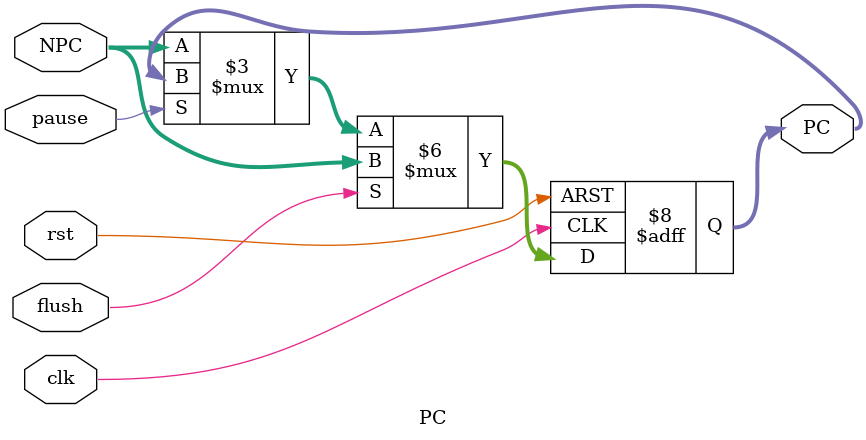
<source format=v>
module PC( clk, rst, NPC, PC ,pause,flush);
  input            pause;
  input              clk;
  input              rst;
  input       [31:0] NPC;
  input            flush;
  output reg  [31:0] PC;

  always @(posedge clk or posedge rst)
  begin
    if (rst) begin
      PC <= 32'h0000_0000;
//      PC <= 32'h0000_3000;
    end
    else if(flush) begin
      PC <= NPC;
    end
    else if(pause) begin
      //do nothing
    end
    else
      PC <= NPC;
  end
endmodule


</source>
